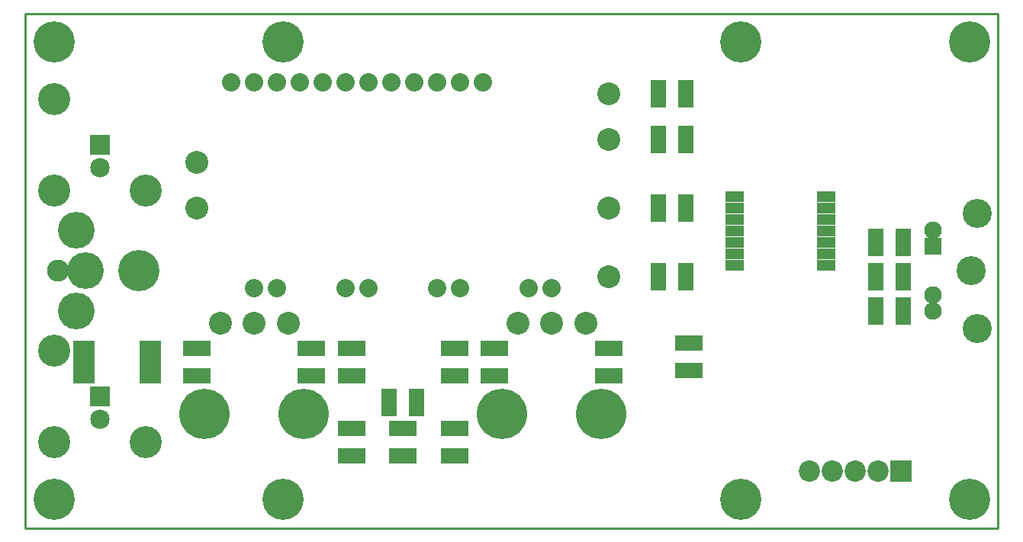
<source format=gbs>
G04 (created by PCBNEW-RS274X (2011-05-25)-stable) date Wed 18 Sep 2013 05:27:13 PM EDT*
G01*
G70*
G90*
%MOIN*%
G04 Gerber Fmt 3.4, Leading zero omitted, Abs format*
%FSLAX34Y34*%
G04 APERTURE LIST*
%ADD10C,0.006000*%
%ADD11C,0.009000*%
%ADD12C,0.127000*%
%ADD13C,0.076000*%
%ADD14R,0.076000X0.076000*%
%ADD15C,0.180000*%
%ADD16R,0.120000X0.070000*%
%ADD17C,0.080000*%
%ADD18C,0.100000*%
%ADD19R,0.070000X0.120000*%
%ADD20C,0.220000*%
%ADD21R,0.080000X0.045000*%
%ADD22C,0.096000*%
%ADD23C,0.160000*%
%ADD24C,0.140000*%
%ADD25R,0.085000X0.085000*%
%ADD26C,0.085000*%
%ADD27C,0.093000*%
%ADD28R,0.093000X0.093000*%
%ADD29R,0.095000X0.190000*%
G04 APERTURE END LIST*
G54D10*
G54D11*
X29500Y-30500D02*
X29500Y-53000D01*
X72000Y-30500D02*
X29500Y-30500D01*
X72000Y-53000D02*
X72000Y-30500D01*
X29500Y-53000D02*
X72000Y-53000D01*
G54D12*
X71090Y-44270D03*
X71090Y-39230D03*
G54D13*
X69170Y-43520D03*
X69170Y-39980D03*
X69170Y-42815D03*
G54D14*
X69170Y-40685D03*
G54D12*
X70820Y-41750D03*
G54D15*
X30750Y-51750D03*
X40750Y-51750D03*
X30750Y-31750D03*
G54D16*
X48250Y-45150D03*
X48250Y-46350D03*
X43750Y-46350D03*
X43750Y-45150D03*
G54D15*
X60750Y-51750D03*
X70750Y-31750D03*
X70750Y-51750D03*
G54D16*
X42000Y-46350D03*
X42000Y-45150D03*
X43750Y-48650D03*
X43750Y-49850D03*
G54D17*
X44500Y-42500D03*
X43500Y-42500D03*
X40500Y-42500D03*
X39500Y-42500D03*
X47500Y-42500D03*
X48500Y-42500D03*
X51500Y-42500D03*
X52500Y-42500D03*
X38500Y-33500D03*
X39500Y-33500D03*
X40500Y-33500D03*
X41500Y-33500D03*
X42500Y-33500D03*
X43500Y-33500D03*
X44500Y-33500D03*
X45500Y-33500D03*
X46500Y-33500D03*
X47500Y-33500D03*
X48500Y-33500D03*
X49500Y-33500D03*
G54D18*
X37000Y-39000D03*
X37000Y-37000D03*
X55000Y-34000D03*
X55000Y-36000D03*
X55000Y-39000D03*
X55000Y-42000D03*
G54D19*
X66650Y-43500D03*
X67850Y-43500D03*
G54D16*
X58500Y-46100D03*
X58500Y-44900D03*
G54D19*
X45400Y-47500D03*
X46600Y-47500D03*
G54D16*
X46000Y-48650D03*
X46000Y-49850D03*
X55000Y-46350D03*
X55000Y-45150D03*
X50000Y-45150D03*
X50000Y-46350D03*
X37000Y-45150D03*
X37000Y-46350D03*
G54D19*
X58350Y-39000D03*
X57150Y-39000D03*
X66650Y-40500D03*
X67850Y-40500D03*
G54D16*
X48250Y-49850D03*
X48250Y-48650D03*
G54D19*
X66650Y-42000D03*
X67850Y-42000D03*
G54D20*
X41670Y-48000D03*
X37330Y-48000D03*
G54D18*
X39500Y-44060D03*
X40980Y-44060D03*
X38020Y-44060D03*
G54D20*
X54670Y-48000D03*
X50330Y-48000D03*
G54D18*
X52500Y-44060D03*
X53980Y-44060D03*
X51020Y-44060D03*
G54D15*
X40750Y-31750D03*
G54D21*
X60500Y-41500D03*
X60500Y-41000D03*
X60500Y-40500D03*
X60500Y-40000D03*
X60500Y-39500D03*
X60500Y-39000D03*
X60500Y-38500D03*
X64500Y-38500D03*
X64500Y-39000D03*
X64500Y-39500D03*
X64500Y-40000D03*
X64500Y-40500D03*
X64500Y-41000D03*
X64500Y-41500D03*
G54D19*
X57150Y-34000D03*
X58350Y-34000D03*
X58350Y-36000D03*
X57150Y-36000D03*
X57150Y-42000D03*
X58350Y-42000D03*
G54D22*
X30930Y-41750D03*
G54D23*
X32110Y-41750D03*
G54D15*
X34470Y-41750D03*
G54D23*
X31720Y-39980D03*
X31720Y-43520D03*
G54D24*
X30750Y-38250D03*
X30750Y-34250D03*
G54D25*
X32750Y-36250D03*
G54D26*
X32750Y-37250D03*
G54D24*
X34750Y-38250D03*
X30750Y-49250D03*
X30750Y-45250D03*
G54D25*
X32750Y-47250D03*
G54D26*
X32750Y-48250D03*
G54D24*
X34750Y-49250D03*
G54D27*
X66750Y-50500D03*
X65750Y-50500D03*
G54D28*
X67750Y-50500D03*
G54D27*
X64750Y-50500D03*
X63750Y-50500D03*
G54D15*
X60750Y-31750D03*
G54D29*
X34950Y-45750D03*
X32050Y-45750D03*
M02*

</source>
